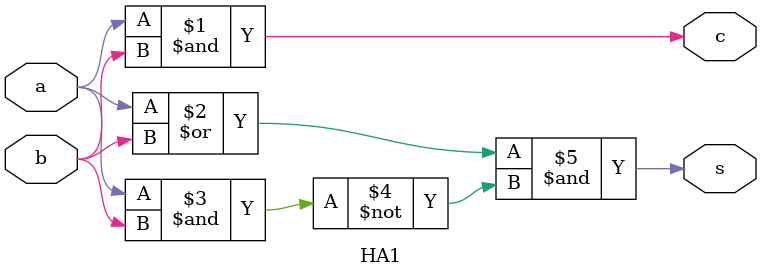
<source format=v>
module HA1 (input a, input b, output c, output s);
assign c = a & b;
assign s = (a|b)&~(a&b);
endmodule 
</source>
